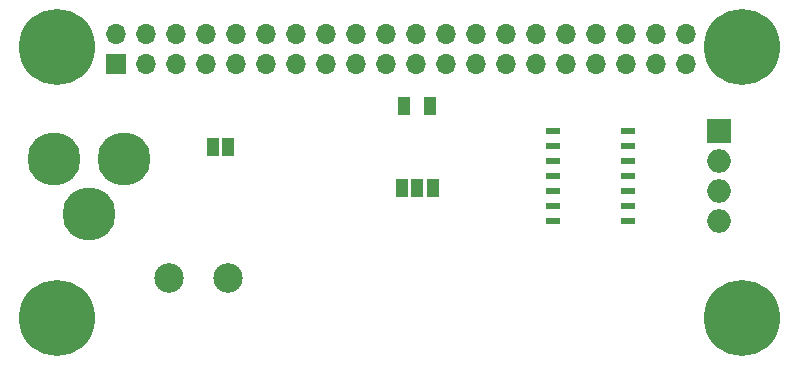
<source format=gbr>
G04 #@! TF.GenerationSoftware,KiCad,Pcbnew,(5.1.2)-2*
G04 #@! TF.CreationDate,2019-08-22T16:24:48-04:00*
G04 #@! TF.ProjectId,PiPixelv2,50695069-7865-46c7-9632-2e6b69636164,rev?*
G04 #@! TF.SameCoordinates,Original*
G04 #@! TF.FileFunction,Soldermask,Top*
G04 #@! TF.FilePolarity,Negative*
%FSLAX46Y46*%
G04 Gerber Fmt 4.6, Leading zero omitted, Abs format (unit mm)*
G04 Created by KiCad (PCBNEW (5.1.2)-2) date 2019-08-22 16:24:48*
%MOMM*%
%LPD*%
G04 APERTURE LIST*
%ADD10O,1.700000X1.700000*%
%ADD11R,1.700000X1.700000*%
%ADD12C,6.450000*%
%ADD13C,4.500000*%
%ADD14C,2.500000*%
%ADD15O,1.998980X1.998980*%
%ADD16R,1.998980X1.998980*%
%ADD17R,1.000000X1.500000*%
%ADD18R,1.143000X0.508000*%
G04 APERTURE END LIST*
D10*
X69260000Y-26960000D03*
X69260000Y-29500000D03*
X66720000Y-26960000D03*
X66720000Y-29500000D03*
X64180000Y-26960000D03*
X64180000Y-29500000D03*
X61640000Y-26960000D03*
X61640000Y-29500000D03*
X59100000Y-26960000D03*
X59100000Y-29500000D03*
X56560000Y-26960000D03*
X56560000Y-29500000D03*
X54020000Y-26960000D03*
X54020000Y-29500000D03*
X51480000Y-26960000D03*
X51480000Y-29500000D03*
X48940000Y-26960000D03*
X48940000Y-29500000D03*
X46400000Y-26960000D03*
X46400000Y-29500000D03*
X43860000Y-26960000D03*
X43860000Y-29500000D03*
X41320000Y-26960000D03*
X41320000Y-29500000D03*
X38780000Y-26960000D03*
X38780000Y-29500000D03*
X36240000Y-26960000D03*
X36240000Y-29500000D03*
X33700000Y-26960000D03*
X33700000Y-29500000D03*
X31160000Y-26960000D03*
X31160000Y-29500000D03*
X28620000Y-26960000D03*
X28620000Y-29500000D03*
X26080000Y-26960000D03*
X26080000Y-29500000D03*
X23540000Y-26960000D03*
X23540000Y-29500000D03*
X21000000Y-26960000D03*
D11*
X21000000Y-29500000D03*
D12*
X16000000Y-28000000D03*
X16000000Y-51000000D03*
X74000000Y-51000000D03*
X74000000Y-28000000D03*
D13*
X21700140Y-37500000D03*
X15700660Y-37500000D03*
X18700400Y-42199000D03*
D14*
X25440000Y-47625000D03*
X30440000Y-47625000D03*
D15*
X72000000Y-42810000D03*
D16*
X72000000Y-35190000D03*
D15*
X72000000Y-37730000D03*
X72000000Y-40270000D03*
D17*
X47800000Y-40000000D03*
X46500000Y-40000000D03*
X45200000Y-40000000D03*
X30500000Y-36500000D03*
X29200000Y-36500000D03*
D18*
X57952000Y-37730000D03*
X57952000Y-42810000D03*
X57952000Y-41540000D03*
X57952000Y-40270000D03*
X57952000Y-39000000D03*
X57952000Y-36460000D03*
X57952000Y-35190000D03*
X64302000Y-35190000D03*
X64302000Y-36460000D03*
X64302000Y-37730000D03*
X64302000Y-39000000D03*
X64302000Y-40270000D03*
X64302000Y-41540000D03*
X64302000Y-42810000D03*
D17*
X45400000Y-33000000D03*
X47600000Y-33000000D03*
M02*

</source>
